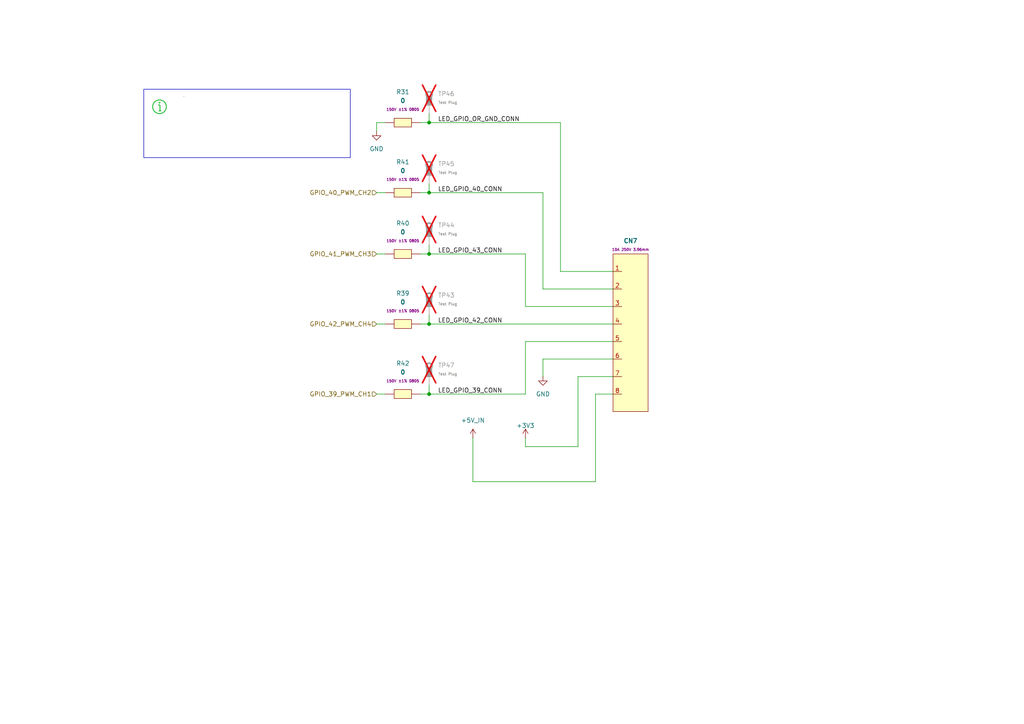
<source format=kicad_sch>
(kicad_sch (version 20231120) (generator "eeschema") (generator_version "8.0")
  (paper "A4")
  (lib_symbols
    (symbol "LiveAstra:+5V_IN" (power) (pin_numbers hide) (pin_names (offset 0) hide)
      (property "Value" "+5V_IN" (at 0 3.556 0))
      (symbol "+5V_IN_0_1"
        (polyline (pts (xy -0.762 1.27) (xy 0 2.54)))
        (polyline (pts (xy 0 0) (xy 0 2.54)))
        (polyline (pts (xy 0 2.54) (xy 0.762 1.27)))
      )
      (symbol "+5V_IN_1_1"
        (pin power_in line (at 0 0 90) (length 0) (name "~") (number "1"))
      )
    )
    (symbol "LiveAstra:JST_VH_8PIN_10A_250V" (pin_names hide)
      (property "Reference" "CN" (at 0 26.67 0))
      (property "Extra Values" "10A 250V 3.96mm" (at 0 24.13 0))
      (symbol "JST_VH_8PIN_10A_250V_0_1"
        (rectangle (start -5.08 22.86) (end 5.08 -22.86) (fill (type background)))
      )
      (symbol "JST_VH_8PIN_10A_250V_1_1"
        (pin passive line (at -5.08 17.78 0) (length 2.54) (name "1") (number "1"))
        (pin passive line (at -5.08 12.7 0) (length 2.54) (name "2") (number "2"))
        (pin passive line (at -5.08 7.62 0) (length 2.54) (name "3") (number "3"))
        (pin passive line (at -5.08 2.54 0) (length 2.54) (name "4") (number "4"))
        (pin passive line (at -5.08 -2.54 0) (length 2.54) (name "5") (number "5"))
        (pin passive line (at -5.08 -7.62 0) (length 2.54) (name "6") (number "6"))
        (pin passive line (at -5.08 -12.7 0) (length 2.54) (name "7") (number "7"))
        (pin passive line (at -5.08 -17.78 0) (length 2.54) (name "8") (number "8"))
      )
    )
    (symbol "LiveAstra:R_0Ohm_0805_125mW" (pin_numbers hide) (pin_names hide)
      (property "Reference" "R" (at 0 7.62 0))
      (property "Value" "0" (at 0 5.08 0))
      (property "Extra Values" "150V ±1% 0805" (at 0 2.54 0))
      (symbol "R_0Ohm_0805_125mW_0_1"
        (rectangle (start -2.54 1.27) (end 2.54 -1.27) (fill (type background)))
      )
      (symbol "R_0Ohm_0805_125mW_1_1"
        (pin passive line (at -5.08 0 0) (length 2.54) (name "1") (number "1"))
        (pin passive line (at 5.08 0 180) (length 2.54) (name "2") (number "2"))
      )
    )
    (symbol "LiveAstra:TestPoint_Thimble" (pin_numbers hide) (pin_names hide) (in_bom no)
      (property "Reference" "TP" (at 0 9.5043 0))
      (property "Extra Values" "Test Plug" (at 0 7.62 0))
      (symbol "TestPoint_Thimble_1_1"
        (rectangle (start -0.762 5.08) (end 0.762 2.54) (stroke (width 0.254)) (fill (type outline)))
        (arc (start 0.508 4.9323) (mid 0 6.4175) (end -0.508 4.9323) (stroke (width 0.508)))
        (pin passive line (at 0 0 90) (length 2.54) (name "1") (number "1"))
      )
    )
    (symbol "power:+3V3" (power) (pin_numbers hide) (pin_names (offset 0) hide)
      (property "Value" "+3V3" (at 0 3.556 0))
      (symbol "+3V3_0_1"
        (polyline (pts (xy -0.762 1.27) (xy 0 2.54)))
        (polyline (pts (xy 0 0) (xy 0 2.54)))
        (polyline (pts (xy 0 2.54) (xy 0.762 1.27)))
      )
      (symbol "+3V3_1_1"
        (pin power_in line (at 0 0 90) (length 0) (name "~") (number "1"))
      )
    )
    (symbol "power:GND" (power) (pin_numbers hide) (pin_names (offset 0) hide)
      (property "Value" "GND" (at 0 -3.81 0))
      (symbol "GND_0_1"
        (polyline (pts (xy 0 0) (xy 0 -1.27) (xy 1.27 -1.27) (xy 0 -2.54) (xy -1.27 -1.27) (xy 0 -1.27)))
      )
      (symbol "GND_1_1"
        (pin power_in line (at 0 0 270) (length 0) (name "~") (number "1"))
      )
    )
  )
  (junction (at 124.46 73.66))
  (junction (at 124.46 114.3))
  (junction (at 124.46 35.56))
  (junction (at 124.46 55.88))
  (junction (at 124.46 93.98))
  (wire (pts (xy 152.4 73.66) (xy 152.4 88.9)))
  (wire (pts (xy 124.46 91.44) (xy 124.46 93.98)))
  (wire (pts (xy 124.46 93.98) (xy 177.8 93.98)))
  (wire (pts (xy 152.4 99.06) (xy 152.4 114.3)))
  (wire (pts (xy 121.92 55.88) (xy 124.46 55.88)))
  (wire (pts (xy 162.56 35.56) (xy 162.56 78.74)))
  (wire (pts (xy 124.46 71.12) (xy 124.46 73.66)))
  (wire (pts (xy 157.48 55.88) (xy 157.48 83.82)))
  (wire (pts (xy 152.4 129.54) (xy 152.4 127)))
  (wire (pts (xy 167.64 109.22) (xy 167.64 129.54)))
  (wire (pts (xy 109.22 55.88) (xy 111.76 55.88)))
  (wire (pts (xy 137.16 139.7) (xy 172.72 139.7)))
  (wire (pts (xy 124.46 111.76) (xy 124.46 114.3)))
  (wire (pts (xy 152.4 88.9) (xy 177.8 88.9)))
  (wire (pts (xy 109.22 93.98) (xy 111.76 93.98)))
  (wire (pts (xy 162.56 78.74) (xy 177.8 78.74)))
  (wire (pts (xy 109.22 35.56) (xy 109.22 38.1)))
  (wire (pts (xy 124.46 73.66) (xy 152.4 73.66)))
  (polyline (pts (xy 53.34 27.94) (xy 53.34 27.94)) (stroke (width -0.0001) (type solid)))
  (wire (pts (xy 152.4 99.06) (xy 177.8 99.06)))
  (wire (pts (xy 172.72 114.3) (xy 177.8 114.3)))
  (wire (pts (xy 157.48 104.14) (xy 157.48 109.22)))
  (wire (pts (xy 157.48 104.14) (xy 177.8 104.14)))
  (wire (pts (xy 124.46 114.3) (xy 152.4 114.3)))
  (wire (pts (xy 137.16 139.7) (xy 137.16 127)))
  (wire (pts (xy 109.22 73.66) (xy 111.76 73.66)))
  (wire (pts (xy 124.46 55.88) (xy 157.48 55.88)))
  (wire (pts (xy 172.72 114.3) (xy 172.72 139.7)))
  (wire (pts (xy 109.22 114.3) (xy 111.76 114.3)))
  (wire (pts (xy 121.92 93.98) (xy 124.46 93.98)))
  (wire (pts (xy 157.48 83.82) (xy 177.8 83.82)))
  (wire (pts (xy 124.46 33.02) (xy 124.46 35.56)))
  (wire (pts (xy 121.92 114.3) (xy 124.46 114.3)))
  (wire (pts (xy 152.4 129.54) (xy 167.64 129.54)))
  (wire (pts (xy 124.46 53.34) (xy 124.46 55.88)))
  (wire (pts (xy 109.22 35.56) (xy 111.76 35.56)))
  (wire (pts (xy 124.46 73.66) (xy 121.92 73.66)))
  (wire (pts (xy 124.46 35.56) (xy 162.56 35.56)))
  (wire (pts (xy 167.64 109.22) (xy 177.8 109.22)))
  (wire (pts (xy 121.92 35.56) (xy 124.46 35.56)))
  (polyline (pts (xy 46.2731 30.3055) (xy 46.2861 30.3065) (xy 46.299 30.3081) (xy 46.3118 30.3103) (xy 46.3245 30.3132) (xy 46.3369 30.3166) (xy 46.3492 30.3207) (xy 46.3612 30.3253) (xy 46.373 30.3306) (xy 46.3846 30.3364) (xy 46.3958 30.3427) (xy 46.4068 30.3497) (xy 46.4174 30.3571) (xy 46.4276 30.3651) (xy 46.4375 30.3737) (xy 46.4471 30.3827) (xy 46.4561 30.3922) (xy 46.4646 30.4021) (xy 46.4726 30.4124) (xy 46.4801 30.423) (xy 46.487 30.4339) (xy 46.4934 30.4452) (xy 46.4992 30.4567) (xy 46.5044 30.4685) (xy 46.5091 30.4806) (xy 46.5131 30.4928) (xy 46.5166 30.5053) (xy 46.5194 30.5179) (xy 46.5217 30.5307) (xy 46.5233 30.5436) (xy 46.5242 30.5567) (xy 46.5245 30.5698) (xy 46.5245 32.025) (xy 46.7891 32.025) (xy 46.7891 32.2896) (xy 45.9954 32.2896) (xy 45.9954 32.025) (xy 46.26 32.025) (xy 46.26 30.5698) (xy 45.8631 30.5698) (xy 45.8631 30.3052) (xy 46.26 30.3052) (xy 46.2731 30.3055)) (stroke (width -0.0001) (type solid)) (fill (type color) (color 34 187 51 1)))
  (polyline (pts (xy 46.2736 29.5118) (xy 46.287 29.5128) (xy 46.3003 29.5145) (xy 46.3133 29.5168) (xy 46.3261 29.5198) (xy 46.3386 29.5234) (xy 46.3509 29.5275) (xy 46.363 29.5323) (xy 46.3747 29.5375) (xy 46.3861 29.5434) (xy 46.3972 29.5498) (xy 46.4079 29.5566) (xy 46.4183 29.564) (xy 46.4283 29.5719) (xy 46.4379 29.5802) (xy 46.4471 29.589) (xy 46.4558 29.5981) (xy 46.4641 29.6077) (xy 46.472 29.6177) (xy 46.4794 29.6281) (xy 46.4862 29.6388) (xy 46.4926 29.6499) (xy 46.4985 29.6613) (xy 46.5038 29.6731) (xy 46.5085 29.6851) (xy 46.5127 29.6974) (xy 46.5162 29.7099) (xy 46.5192 29.7227) (xy 46.5215 29.7357) (xy 46.5232 29.749) (xy 46.5242 29.7624) (xy 46.5245 29.776) (xy 46.5242 29.7897) (xy 46.5232 29.8031) (xy 46.5215 29.8163) (xy 46.5192 29.8294) (xy 46.5162 29.8422) (xy 46.5127 29.8547) (xy 46.5085 29.867) (xy 46.5038 29.879) (xy 46.4985 29.8907) (xy 46.4926 29.9022) (xy 46.4862 29.9132) (xy 46.4794 29.924) (xy 46.472 29.9343) (xy 46.4641 29.9443) (xy 46.4558 29.9539) (xy 46.4471 29.9631) (xy 46.4379 29.9719) (xy 46.4283 29.9802) (xy 46.4183 29.9881) (xy 46.4079 29.9954) (xy 46.3972 30.0023) (xy 46.3861 30.0087) (xy 46.3747 30.0145) (xy 46.363 30.0198) (xy 46.3509 30.0246) (xy 46.3386 30.0287) (xy 46.3261 30.0323) (xy 46.3133 30.0352) (xy 46.3003 30.0376) (xy 46.287 30.0393) (xy 46.2736 30.0403) (xy 46.26 30.0406) (xy 46.2464 30.0403) (xy 46.2329 30.0393) (xy 46.2197 30.0376) (xy 46.2066 30.0352) (xy 46.1938 30.0323) (xy 46.1813 30.0287) (xy 46.169 30.0246) (xy 46.157 30.0198) (xy 46.1453 30.0145) (xy 46.1339 30.0087) (xy 46.1228 30.0023) (xy 46.112 29.9954) (xy 46.1017 29.9881) (xy 46.0917 29.9802) (xy 46.0821 29.9719) (xy 46.0729 29.9631) (xy 46.0641 29.9539) (xy 46.0558 29.9443) (xy 46.0479 29.9343) (xy 46.0406 29.924) (xy 46.0337 29.9132) (xy 46.0273 29.9022) (xy 46.0215 29.8907) (xy 46.0162 29.879) (xy 46.0114 29.867) (xy 46.0073 29.8547) (xy 46.0037 29.8422) (xy 46.0008 29.8294) (xy 45.9984 29.8163) (xy 45.9967 29.8031) (xy 45.9957 29.7897) (xy 45.9954 29.776) (xy 45.9957 29.7624) (xy 45.9967 29.749) (xy 45.9984 29.7357) (xy 46.0008 29.7227) (xy 46.0037 29.7099) (xy 46.0073 29.6974) (xy 46.0114 29.6851) (xy 46.0162 29.6731) (xy 46.0215 29.6613) (xy 46.0273 29.6499) (xy 46.0337 29.6388) (xy 46.0406 29.6281) (xy 46.0479 29.6177) (xy 46.0558 29.6077) (xy 46.0641 29.5981) (xy 46.0729 29.589) (xy 46.0821 29.5802) (xy 46.0917 29.5719) (xy 46.1017 29.564) (xy 46.112 29.5566) (xy 46.1228 29.5498) (xy 46.1339 29.5434) (xy 46.1453 29.5375) (xy 46.157 29.5323) (xy 46.169 29.5275) (xy 46.1813 29.5234) (xy 46.1938 29.5198) (xy 46.2066 29.5168) (xy 46.2197 29.5145) (xy 46.2329 29.5128) (xy 46.2464 29.5118) (xy 46.26 29.5115) (xy 46.2736 29.5118)) (stroke (width -0.0001) (type solid)) (fill (type color) (color 34 187 51 1)))
  (polyline (pts (xy 46.3649 28.8526) (xy 46.4692 28.8604) (xy 46.5725 28.8732) (xy 46.6748 28.891) (xy 46.7759 28.9138) (xy 46.8756 28.9415) (xy 46.9737 28.9739) (xy 47.07 29.0111) (xy 47.1644 29.0529) (xy 47.2567 29.0994) (xy 47.3467 29.1503) (xy 47.4343 29.2056) (xy 47.5193 29.2653) (xy 47.6014 29.3293) (xy 47.6806 29.3976) (xy 47.7567 29.47) (xy 47.8291 29.546) (xy 47.8973 29.6252) (xy 47.9613 29.7074) (xy 48.021 29.7923) (xy 48.0764 29.8799) (xy 48.1273 29.9699) (xy 48.1737 30.0623) (xy 48.2155 30.1567) (xy 48.2527 30.253) (xy 48.2851 30.3511) (xy 48.3128 30.4507) (xy 48.3356 30.5518) (xy 48.3534 30.6541) (xy 48.3663 30.7575) (xy 48.374 30.8617) (xy 48.3766 30.9667) (xy 48.3751 31.0467) (xy 48.3706 31.1261) (xy 48.3632 31.2049) (xy 48.3529 31.2831) (xy 48.3398 31.3604) (xy 48.3238 31.437) (xy 48.3051 31.5126) (xy 48.2837 31.5873) (xy 48.2596 31.661) (xy 48.2329 31.7336) (xy 48.2036 31.805) (xy 48.1717 31.8752) (xy 48.1374 31.9442) (xy 48.1006 32.0118) (xy 48.0615 32.0779) (xy 48.0199 32.1426) (xy 47.976 32.2058) (xy 47.9299 32.2673) (xy 47.8815 32.3271) (xy 47.831 32.3852) (xy 47.7783 32.4415) (xy 47.7235 32.4959) (xy 47.6667 32.5484) (xy 47.6078 32.5988) (xy 47.547 32.6472) (xy 47.4843 32.6934) (xy 47.4197 32.7375) (xy 47.3532 32.7792) (xy 47.285 32.8187) (xy 47.215 32.8557) (xy 47.1433 32.8902) (xy 47.07 32.9222) (xy 46.9204 32.9777) (xy 46.7686 33.0214) (xy 46.6153 33.0534) (xy 46.461 33.0739) (xy 46.3064 33.0829) (xy 46.1522 33.0806) (xy 45.9988 33.0672) (xy 45.847 33.0427) (xy 45.6974 33.0072) (xy 45.5506 32.961) (xy 45.4072 32.904) (xy 45.2678 32.8365) (xy 45.1331 32.7586) (xy 45.0037 32.6703) (xy 44.8802 32.5719) (xy 44.7633 32.4634) (xy 44.6547 32.3464) (xy 44.5563 32.2229) (xy 44.468 32.0935) (xy 44.3901 31.9588) (xy 44.3226 31.8194) (xy 44.2657 31.676) (xy 44.2194 31.5292) (xy 44.184 31.3796) (xy 44.1595 31.2278) (xy 44.146 31.0745) (xy 44.145 31.0073) (xy 44.4083 31.0073) (xy 44.4162 31.1426) (xy 44.4341 31.2776) (xy 44.4621 31.4117) (xy 44.5003 31.5445) (xy 44.5489 31.6754) (xy 44.6071 31.8023) (xy 44.674 31.9233) (xy 44.749 32.0379) (xy 44.8318 32.146) (xy 44.9219 32.2473) (xy 45.0187 32.3413) (xy 45.1219 32.4279) (xy 45.231 32.5066) (xy 45.3455 32.5773) (xy 45.465 32.6395) (xy 45.5889 32.693) (xy 45.7169 32.7374) (xy 45.8485 32.7725) (xy 45.9831 32.798) (xy 46.1205 32.8135) (xy 46.26 32.8187) (xy 46.3518 32.8165) (xy 46.443 32.8097) (xy 46.5335 32.7985) (xy 46.623 32.7828) (xy 46.7114 32.7629) (xy 46.7986 32.7387) (xy 46.8844 32.7103) (xy 46.9687 32.6778) (xy 47.0513 32.6412) (xy 47.1321 32.6006) (xy 47.2109 32.556) (xy 47.2875 32.5076) (xy 47.3618 32.4553) (xy 47.4337 32.3993) (xy 47.503 32.3396) (xy 47.5696 32.2763) (xy 47.6329 32.2097) (xy 47.6926 32.1404) (xy 47.7486 32.0685) (xy 47.8009 31.9942) (xy 47.8493 31.9176) (xy 47.8939 31.8388) (xy 47.9345 31.758) (xy 47.9711 31.6754) (xy 48.0036 31.5911) (xy 48.032 31.5053) (xy 48.0562 31.4181) (xy 48.0761 31.3297) (xy 48.0918 31.2402) (xy 48.103 31.1497) (xy 48.1098 31.0585) (xy 48.112 30.9667) (xy 48.1107 30.8967) (xy 48.1068 30.8272) (xy 48.1003 30.7582) (xy 48.0913 30.6898) (xy 48.0798 30.6221) (xy 48.0658 30.5552) (xy 48.0495 30.489) (xy 48.0307 30.4236) (xy 48.0096 30.3591) (xy 47.9863 30.2956) (xy 47.9606 30.2331) (xy 47.9328 30.1717) (xy 47.9027 30.1113) (xy 47.8706 30.0522) (xy 47.8363 29.9943) (xy 47.7999 29.9377) (xy 47.7615 29.8825) (xy 47.7212 29.8286) (xy 47.6788 29.7763) (xy 47.6346 29.7254) (xy 47.5885 29.6762) (xy 47.5406 29.6286) (xy 47.4908 29.5827) (xy 47.4393 29.5385) (xy 47.3861 29.4962) (xy 47.3312 29.4557) (xy 47.2747 29.4172) (xy 47.2166 29.3807) (xy 47.1569 29.3462) (xy 47.0956 29.3138) (xy 47.0329 29.2836) (xy 46.9687 29.2556) (xy 46.8378 29.207) (xy 46.705 29.1688) (xy 46.5709 29.1408) (xy 46.4359 29.1229) (xy 46.3006 29.115) (xy 46.1656 29.117) (xy 46.0315 29.1287) (xy 45.8986 29.1502) (xy 45.7677 29.1812) (xy 45.6393 29.2217) (xy 45.5138 29.2715) (xy 45.3919 29.3305) (xy 45.274 29.3987) (xy 45.1608 29.476) (xy 45.0527 29.5621) (xy 44.9503 29.657) (xy 44.8554 29.7594) (xy 44.7693 29.8675) (xy 44.692 29.9807) (xy 44.6238 30.0986) (xy 44.5648 30.2205) (xy 44.515 30.346) (xy 44.4745 30.4744) (xy 44.4435 30.6053) (xy 44.422 30.7382) (xy 44.4103 30.8723) (xy 44.4083 31.0073) (xy 44.145 31.0073) (xy 44.1437 30.9202) (xy 44.1528 30.7656) (xy 44.1732 30.6114) (xy 44.2052 30.458) (xy 44.2489 30.3063) (xy 44.3044 30.1567) (xy 44.371 30.0116) (xy 44.4474 29.8734) (xy 44.5332 29.7424) (xy 44.6278 29.6188) (xy 44.7307 29.5031) (xy 44.8414 29.3956) (xy 44.9593 29.2967) (xy 45.084 29.2067) (xy 45.2149 29.126) (xy 45.3514 29.0549) (xy 45.493 28.9937) (xy 45.6393 28.9429) (xy 45.7897 28.9028) (xy 45.9436 28.8737) (xy 46.1005 28.856) (xy 46.26 28.85) (xy 46.3649 28.8526)) (stroke (width -0.0001) (type solid)) (fill (type color) (color 34 187 51 1)))
  (rectangle (start 41.7033 25.88) (end 101.6 45.72))
  (text "Information" (at 49.2233 32.29 0) (effects (font (size 3 3)) (justify left)))
  (text "If a different signal is required here the 0Ohm + PTH\nwill allow a post assembly fix / experimentation.\nOtherwise, just GND." (at 44.1433 36.1 0) (effects (font (size 1.5 1.5)) (justify left top)))
  (label "LED_GPIO_39_CONN" (at 127 114.3 0))
  (label "LED_GPIO_40_CONN" (at 127 55.88 0))
  (label "LED_GPIO_OR_GND_CONN" (at 127 35.56 0))
  (label "LED_GPIO_42_CONN" (at 127 93.98 0))
  (label "LED_GPIO_43_CONN" (at 127 73.66 0))
  (hierarchical_label "GPIO_41_PWM_CH3" (shape input) (at 109.22 73.66 180))
  (hierarchical_label "GPIO_42_PWM_CH4" (shape input) (at 109.22 93.98 180))
  (hierarchical_label "GPIO_40_PWM_CH2" (shape input) (at 109.22 55.88 180))
  (hierarchical_label "GPIO_39_PWM_CH1" (shape input) (at 109.22 114.3 180))
  (symbol (lib_id "LiveAstra:JST_VH_8PIN_10A_250V") (at 182.88 96.52 0) (unit 1)
    (property "Reference" "CN7" (at 182.88 69.85 0) (effects (font (bold yes))))
    (property "Value" "JST_VH_8PIN_10A_250V" (effects (hide yes)))
    (property "Footprint" "LiveAstra:JST_VH_B8P-VH-B_1x08_P3.96mm_Vertical" (effects (hide yes)))
    (property "Datasheet" "https://lcsc.com/product-detail/_JST-Sales-America_B8P-VH-B-LF-SN_JST-Sales-America-B8P-VH-B-LF-SN_C265117.html" (effects (hide yes)))
    (property "LCSC Part" "C265117" (effects (hide yes)))
    (property "Extra Values" "10A 250V 3.96mm" (at 182.88 72.39 0) (effects (font (size 0.762 0.762) (bold yes))))
  )
  (symbol (lib_id "LiveAstra:TestPoint_Thimble") (at 124.46 53.34 0) (unit 1) (in_bom no) (dnp yes)
    (property "Reference" "TP45" (at 127 47.5276 0) (effects (justify left)))
    (property "Value" "TestPoint_Thimble" (effects (hide yes)))
    (property "Footprint" "LiveAstra:TestPoint_Loop_D3.50mm_Drill0.9mm_Beaded" (effects (hide yes)))
    (property "LCSC Part" "C5277086" (effects (hide yes)))
    (property "Extra Values" "Test Plug" (at 127 50.0676 0) (effects (font (size 0.762 0.762) (bold yes)) (justify left)))
  )
  (symbol (lib_id "LiveAstra:+5V_IN") (at 137.16 127 0) (unit 1)
    (property "Reference" "#PWR074" (effects (hide yes)))
    (property "Value" "+5V_IN" (at 137.16 121.92 0))
    (property "Description" "Power symbol creates a global label with name \"+5V_IN\"" (effects (hide yes)))
  )
  (symbol (lib_id "power:+3V3") (at 152.4 127 0) (unit 1)
    (property "Reference" "#PWR073" (effects (hide yes)))
    (property "Value" "+3V3" (at 152.4 123.444 0))
    (property "Description" "Power symbol creates a global label with name \"+3V3\"" (effects (hide yes)))
  )
  (symbol (lib_id "LiveAstra:R_0Ohm_0805_125mW") (at 116.84 35.56 0) (unit 1)
    (property "Reference" "R31" (at 116.84 26.67 0))
    (property "Value" "0" (at 116.84 29.21 0) (effects (font (bold yes))))
    (property "Footprint" "LiveAstra:R_0805_2012Metric_Pad1.20x1.40mm_HandSolder" (effects (hide yes)))
    (property "Datasheet" "https://lcsc.com/product-detail/Chip-Resistor-Surface-Mount-UniOhm_0R-0R0-1_C17477.html" (effects (hide yes)))
    (property "Description" "Thick Film Resistors" (effects (hide yes)))
    (property "LCSC Part" "C17477" (effects (hide yes)))
    (property "Extra Values" "150V ±1% 0805" (at 116.84 31.75 0) (effects (font (size 0.762 0.762) (bold yes))))
  )
  (symbol (lib_id "power:GND") (at 157.48 109.22 0) (unit 1)
    (property "Reference" "#PWR075" (effects (hide yes)))
    (property "Value" "GND" (at 157.48 114.3 0))
    (property "Description" "Power symbol creates a global label with name \"GND\" , ground" (effects (hide yes)))
  )
  (symbol (lib_id "LiveAstra:R_0Ohm_0805_125mW") (at 116.84 73.66 0) (unit 1)
    (property "Reference" "R40" (at 116.84 64.77 0))
    (property "Value" "0" (at 116.84 67.31 0) (effects (font (bold yes))))
    (property "Footprint" "LiveAstra:R_0805_2012Metric_Pad1.20x1.40mm_HandSolder" (effects (hide yes)))
    (property "Datasheet" "https://lcsc.com/product-detail/Chip-Resistor-Surface-Mount-UniOhm_0R-0R0-1_C17477.html" (effects (hide yes)))
    (property "Description" "Thick Film Resistors" (effects (hide yes)))
    (property "LCSC Part" "C17477" (effects (hide yes)))
    (property "Extra Values" "150V ±1% 0805" (at 116.84 69.85 0) (effects (font (size 0.762 0.762) (bold yes))))
  )
  (symbol (lib_id "LiveAstra:TestPoint_Thimble") (at 124.46 71.12 0) (unit 1) (in_bom no) (dnp yes)
    (property "Reference" "TP44" (at 127 65.3076 0) (effects (justify left)))
    (property "Value" "TestPoint_Thimble" (effects (hide yes)))
    (property "Footprint" "LiveAstra:TestPoint_Loop_D3.50mm_Drill0.9mm_Beaded" (effects (hide yes)))
    (property "LCSC Part" "C5277086" (effects (hide yes)))
    (property "Extra Values" "Test Plug" (at 127 67.8476 0) (effects (font (size 0.762 0.762) (bold yes)) (justify left)))
  )
  (symbol (lib_id "LiveAstra:R_0Ohm_0805_125mW") (at 116.84 55.88 0) (unit 1)
    (property "Reference" "R41" (at 116.84 46.99 0))
    (property "Value" "0" (at 116.84 49.53 0) (effects (font (bold yes))))
    (property "Footprint" "LiveAstra:R_0805_2012Metric_Pad1.20x1.40mm_HandSolder" (effects (hide yes)))
    (property "Datasheet" "https://lcsc.com/product-detail/Chip-Resistor-Surface-Mount-UniOhm_0R-0R0-1_C17477.html" (effects (hide yes)))
    (property "Description" "Thick Film Resistors" (effects (hide yes)))
    (property "LCSC Part" "C17477" (effects (hide yes)))
    (property "Extra Values" "150V ±1% 0805" (at 116.84 52.07 0) (effects (font (size 0.762 0.762) (bold yes))))
  )
  (symbol (lib_id "power:GND") (at 109.22 38.1 0) (unit 1)
    (property "Reference" "#PWR072" (effects (hide yes)))
    (property "Value" "GND" (at 109.22 43.18 0))
    (property "Description" "Power symbol creates a global label with name \"GND\" , ground" (effects (hide yes)))
  )
  (symbol (lib_id "LiveAstra:TestPoint_Thimble") (at 124.46 111.76 0) (unit 1) (in_bom no) (dnp yes)
    (property "Reference" "TP47" (at 127 105.9476 0) (effects (justify left)))
    (property "Value" "TestPoint_Thimble" (effects (hide yes)))
    (property "Footprint" "LiveAstra:TestPoint_Loop_D3.50mm_Drill0.9mm_Beaded" (effects (hide yes)))
    (property "LCSC Part" "C5277086" (effects (hide yes)))
    (property "Extra Values" "Test Plug" (at 127 108.4876 0) (effects (font (size 0.762 0.762) (bold yes)) (justify left)))
  )
  (symbol (lib_id "LiveAstra:TestPoint_Thimble") (at 124.46 91.44 0) (unit 1) (in_bom no) (dnp yes)
    (property "Reference" "TP43" (at 127 85.6276 0) (effects (justify left)))
    (property "Value" "TestPoint_Thimble" (effects (hide yes)))
    (property "Footprint" "LiveAstra:TestPoint_Loop_D3.50mm_Drill0.9mm_Beaded" (effects (hide yes)))
    (property "LCSC Part" "C5277086" (effects (hide yes)))
    (property "Extra Values" "Test Plug" (at 127 88.1676 0) (effects (font (size 0.762 0.762) (bold yes)) (justify left)))
  )
  (symbol (lib_id "LiveAstra:R_0Ohm_0805_125mW") (at 116.84 114.3 0) (unit 1)
    (property "Reference" "R42" (at 116.84 105.41 0))
    (property "Value" "0" (at 116.84 107.95 0) (effects (font (bold yes))))
    (property "Footprint" "LiveAstra:R_0805_2012Metric_Pad1.20x1.40mm_HandSolder" (effects (hide yes)))
    (property "Datasheet" "https://lcsc.com/product-detail/Chip-Resistor-Surface-Mount-UniOhm_0R-0R0-1_C17477.html" (effects (hide yes)))
    (property "Description" "Thick Film Resistors" (effects (hide yes)))
    (property "LCSC Part" "C17477" (effects (hide yes)))
    (property "Extra Values" "150V ±1% 0805" (at 116.84 110.49 0) (effects (font (size 0.762 0.762) (bold yes))))
  )
  (symbol (lib_id "LiveAstra:R_0Ohm_0805_125mW") (at 116.84 93.98 0) (unit 1)
    (property "Reference" "R39" (at 116.84 85.09 0))
    (property "Value" "0" (at 116.84 87.63 0) (effects (font (bold yes))))
    (property "Footprint" "LiveAstra:R_0805_2012Metric_Pad1.20x1.40mm_HandSolder" (effects (hide yes)))
    (property "Datasheet" "https://lcsc.com/product-detail/Chip-Resistor-Surface-Mount-UniOhm_0R-0R0-1_C17477.html" (effects (hide yes)))
    (property "Description" "Thick Film Resistors" (effects (hide yes)))
    (property "LCSC Part" "C17477" (effects (hide yes)))
    (property "Extra Values" "150V ±1% 0805" (at 116.84 90.17 0) (effects (font (size 0.762 0.762) (bold yes))))
  )
  (symbol (lib_id "LiveAstra:TestPoint_Thimble") (at 124.46 33.02 0) (unit 1) (in_bom no) (dnp yes)
    (property "Reference" "TP46" (at 127 27.2076 0) (effects (justify left)))
    (property "Value" "TestPoint_Thimble" (effects (hide yes)))
    (property "Footprint" "LiveAstra:TestPoint_Loop_D3.50mm_Drill0.9mm_Beaded" (effects (hide yes)))
    (property "LCSC Part" "C5277086" (effects (hide yes)))
    (property "Extra Values" "Test Plug" (at 127 29.7476 0) (effects (font (size 0.762 0.762) (bold yes)) (justify left)))
  )
)
</source>
